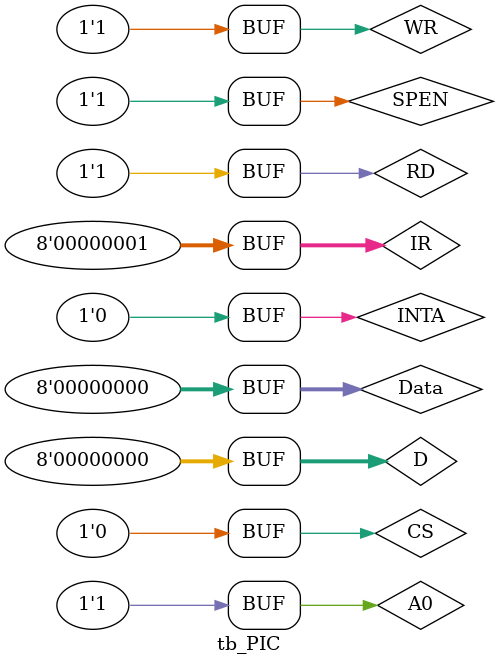
<source format=v>
module tb_PIC ();
    //Pins
    reg CS;       //CHIP SELECT (Active LOW)
    reg WR;       //WRITE (Active LOW)
    reg RD;       //READ (Active LOW)
    wire[7:0] D;  //BIDIRECTIONAL DATA BUS 
    wire[3:0] CAS;//CASCADE LINES
    reg SPEN;   //SLAVE PROGRAM/ENABLE BUFFER (Active LOW)
    wire INT;     //INTERRUPT
    reg[7:0] IR;  //INTERRUPT REQUEST
    reg INTA;     //INTERRUPT ACKNOWLEDGE (Active LOW)
    reg A0;       //A0 ADDRESS LINE
    
    reg [7:0] Data;     //A register to drive the D pins

    PIC_8259 PIC(
        .CS (CS),
        .WR (WR),
        .RD (RD),
        .D (D),
        .CAS (CAS),
        .SPEN (SPEN),
        .INT (INT),
        .IR (IR),
        .INTA (INTA),
        .A0 (A0)
    );

    assign D = Data;

    initial begin
        //Initializing the PIC
        //ICW1
        CS = 1'b0;
        WR = 1'b1;
        RD = 1'b1;
        Data = 8'bxxx10x11;
        SPEN = 1'b1;
        IR = 8'b00000000;
        INTA = 1'b0;
        A0 = 1'b0;
        #50
        WR = 1'b0;
        #50
        //ICW2
        WR = 1'b1;
        Data = 8'b10101xxx; // Assume the Interrupt Vector addresses are 10101xxx;
        A0 = 1'b1;
        #50
        WR = 1'b0;
        #50
        //ICW4
        WR = 1'b1;
        Data = 8'b00000001;
        #50
        WR = 1'b0;
        #50
        WR = 1'b1;
        //Initialization Complete

        //Raise 1 interrupt
        //OCW1 
        Data = 8'b00000000;
        #50
        WR = 1'b0;
        #50
        WR = 1'b1;
        
        IR = 8'b00000001;
    
    end
endmodule
</source>
